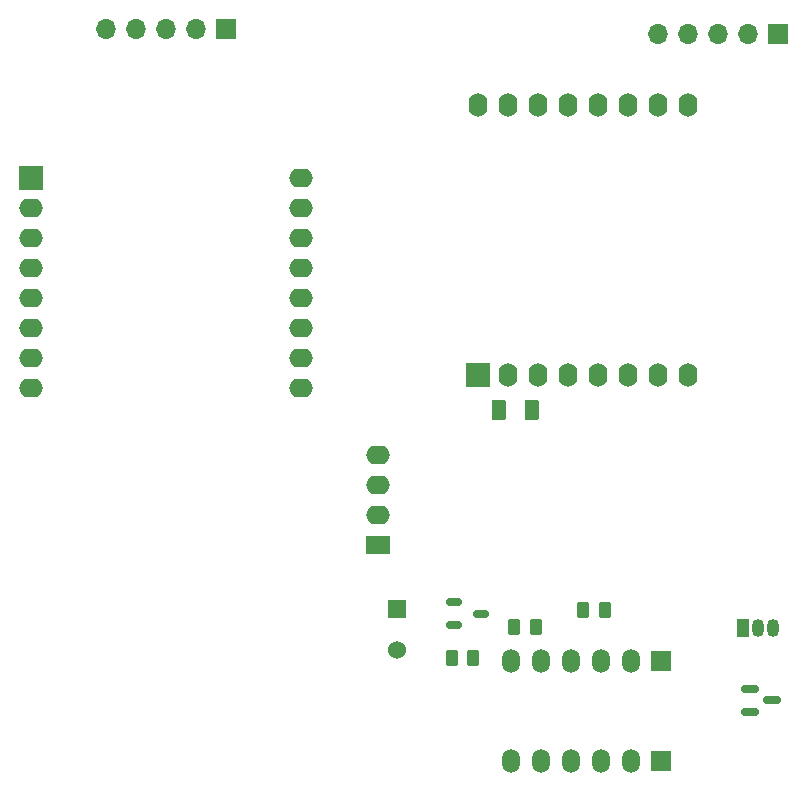
<source format=gbr>
%TF.GenerationSoftware,KiCad,Pcbnew,8.0.7-unknown-202501031822~9d36205ced~ubuntu24.04.1*%
%TF.CreationDate,2025-01-11T19:30:59-05:00*%
%TF.ProjectId,delivery-box-reporter-lora,64656c69-7665-4727-992d-626f782d7265,rev?*%
%TF.SameCoordinates,Original*%
%TF.FileFunction,Soldermask,Top*%
%TF.FilePolarity,Negative*%
%FSLAX46Y46*%
G04 Gerber Fmt 4.6, Leading zero omitted, Abs format (unit mm)*
G04 Created by KiCad (PCBNEW 8.0.7-unknown-202501031822~9d36205ced~ubuntu24.04.1) date 2025-01-11 19:30:59*
%MOMM*%
%LPD*%
G01*
G04 APERTURE LIST*
G04 Aperture macros list*
%AMRoundRect*
0 Rectangle with rounded corners*
0 $1 Rounding radius*
0 $2 $3 $4 $5 $6 $7 $8 $9 X,Y pos of 4 corners*
0 Add a 4 corners polygon primitive as box body*
4,1,4,$2,$3,$4,$5,$6,$7,$8,$9,$2,$3,0*
0 Add four circle primitives for the rounded corners*
1,1,$1+$1,$2,$3*
1,1,$1+$1,$4,$5*
1,1,$1+$1,$6,$7*
1,1,$1+$1,$8,$9*
0 Add four rect primitives between the rounded corners*
20,1,$1+$1,$2,$3,$4,$5,0*
20,1,$1+$1,$4,$5,$6,$7,0*
20,1,$1+$1,$6,$7,$8,$9,0*
20,1,$1+$1,$8,$9,$2,$3,0*%
G04 Aperture macros list end*
%ADD10R,2.000000X1.600000*%
%ADD11O,2.000000X1.600000*%
%ADD12RoundRect,0.250000X-0.262500X-0.450000X0.262500X-0.450000X0.262500X0.450000X-0.262500X0.450000X0*%
%ADD13R,1.700000X1.700000*%
%ADD14O,1.700000X1.700000*%
%ADD15R,1.050000X1.500000*%
%ADD16O,1.050000X1.500000*%
%ADD17RoundRect,0.150000X-0.587500X-0.150000X0.587500X-0.150000X0.587500X0.150000X-0.587500X0.150000X0*%
%ADD18R,2.000000X2.000000*%
%ADD19O,1.600000X2.000000*%
%ADD20RoundRect,0.250000X0.375000X0.625000X-0.375000X0.625000X-0.375000X-0.625000X0.375000X-0.625000X0*%
%ADD21RoundRect,0.150000X-0.512500X-0.150000X0.512500X-0.150000X0.512500X0.150000X-0.512500X0.150000X0*%
%ADD22O,1.500000X2.000000*%
%ADD23R,1.524000X1.524000*%
%ADD24C,1.524000*%
G04 APERTURE END LIST*
D10*
%TO.C,DISP1*%
X125200000Y-109600000D03*
D11*
X125200000Y-107060000D03*
X125200000Y-104520000D03*
X125200000Y-101980000D03*
%TD*%
D12*
%TO.C,R2*%
X142575000Y-115150000D03*
X144400000Y-115150000D03*
%TD*%
D13*
%TO.C,U8*%
X112370000Y-65930000D03*
D14*
X109830000Y-65930000D03*
X107290000Y-65930000D03*
X104750000Y-65930000D03*
X102210000Y-65930000D03*
%TD*%
D15*
%TO.C,U5*%
X156135000Y-116650000D03*
D16*
X157405000Y-116650000D03*
X158675000Y-116650000D03*
%TD*%
D17*
%TO.C,U4*%
X156675000Y-121850000D03*
X156675000Y-123750000D03*
X158550000Y-122800000D03*
%TD*%
D13*
%TO.C,U6*%
X159110000Y-66350000D03*
D14*
X156570000Y-66350000D03*
X154030000Y-66350000D03*
X151490000Y-66350000D03*
X148950000Y-66350000D03*
%TD*%
D12*
%TO.C,R1*%
X131475000Y-119200000D03*
X133300000Y-119200000D03*
%TD*%
%TO.C,R3*%
X136750000Y-116600000D03*
X138575000Y-116600000D03*
%TD*%
D18*
%TO.C,U7*%
X95840000Y-78530000D03*
D11*
X95840000Y-81070000D03*
X95840000Y-83610000D03*
X95840000Y-86150000D03*
X95840000Y-88690000D03*
X95840000Y-91230000D03*
X95840000Y-93770000D03*
X95840000Y-96310000D03*
X118700000Y-96310000D03*
X118700000Y-93770000D03*
X118700000Y-91230000D03*
X118700000Y-88690000D03*
X118700000Y-86150000D03*
X118700000Y-83610000D03*
X118700000Y-81070000D03*
X118700000Y-78530000D03*
%TD*%
D18*
%TO.C,U1*%
X133640000Y-95200000D03*
D19*
X136180000Y-95200000D03*
X138720000Y-95200000D03*
X141260000Y-95200000D03*
X143800000Y-95200000D03*
X146340000Y-95200000D03*
X148880000Y-95200000D03*
X151420000Y-95200000D03*
X151420000Y-72340000D03*
X148880000Y-72340000D03*
X146340000Y-72340000D03*
X143800000Y-72340000D03*
X141260000Y-72340000D03*
X138720000Y-72340000D03*
X136180000Y-72340000D03*
X133640000Y-72340000D03*
%TD*%
D20*
%TO.C,D1*%
X138287500Y-98200000D03*
X135487500Y-98200000D03*
%TD*%
D21*
%TO.C,Q2*%
X131675000Y-114500000D03*
X131675000Y-116400000D03*
X133950000Y-115450000D03*
%TD*%
D13*
%TO.C,U3*%
X149150000Y-119450000D03*
D22*
X146610000Y-119450000D03*
X144070000Y-119450000D03*
X141530000Y-119450000D03*
X138990000Y-119450000D03*
X136450000Y-119450000D03*
%TD*%
D13*
%TO.C,U3*%
X149150000Y-127950000D03*
D22*
X146610000Y-127950000D03*
X144070000Y-127950000D03*
X141530000Y-127950000D03*
X138990000Y-127950000D03*
X136450000Y-127950000D03*
%TD*%
D23*
%TO.C,J1*%
X126850000Y-115050000D03*
D24*
X126850000Y-118550000D03*
%TD*%
M02*

</source>
